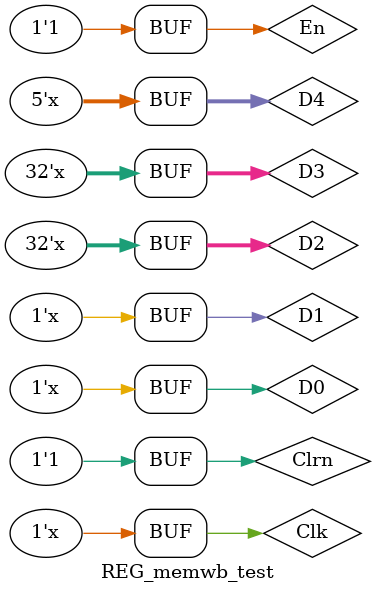
<source format=v>
`timescale 1ns / 1ps


module REG_memwb_test;
    reg D0,D1;
    reg [31:0] D2,D3;
    reg [4:0] D4;
    reg En,Clk,Clrn;
    wire Q0,Q1;
    wire [31:0] Q2,Q3;
    wire [4:0] Q4;
    REG_MEMWB u(D0,D1,D2,D3,D4,En,Clk,Clrn,Q0,Q1,Q2,Q3,Q4);
    initial begin
        D0=1;
        D1=0;
        D2=0;
        D3=0;
        D4=0;
        En=1;
        Clk=0;
        Clrn=0;
    end
    always #2 D0=D0+1;
    always #2 D1=D1+1;
    always #2 D2=D2+1;
    always #2 D3=D3+1;
    always #2 D4=D4+1;
    always #0.6 Clk=Clk+1;
    always #2 Clrn=1;
endmodule

</source>
